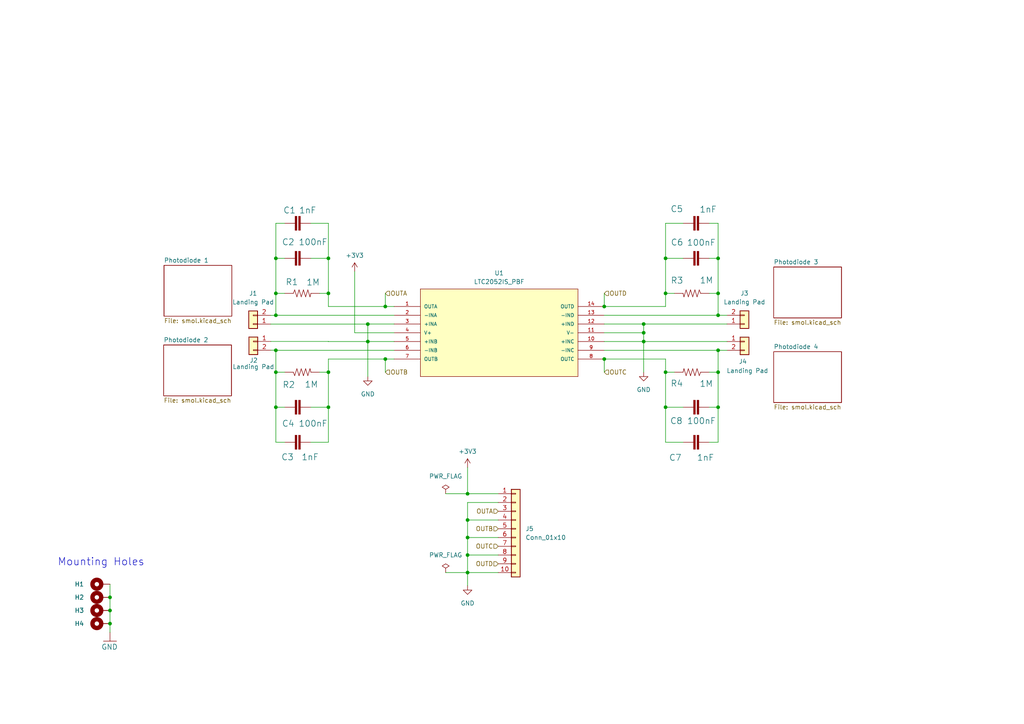
<source format=kicad_sch>
(kicad_sch (version 20230121) (generator eeschema)
  (paper "A4")
  (lib_symbols
    (symbol "Connector_Generic:Conn_01x02" (pin_names (offset 1.016) hide)
      (property "Reference" "J" (at 0 2.54 0))
      (property "Value" "Conn_01x02" (at 0 -5.08 0))
      (symbol "Conn_01x02_1_1"
        (rectangle (start -1.27 -2.413) (end 0 -2.667) (stroke (width 0.1524)))
        (rectangle (start -1.27 0.127) (end 0 -0.127) (stroke (width 0.1524)))
        (rectangle (start -1.27 1.27) (end 1.27 -3.81) (stroke (width 0.254)) (fill (type background)))
        (pin passive line (at -5.08 0 0) (length 3.81) (name "Pin_1") (number "1"))
        (pin passive line (at -5.08 -2.54 0) (length 3.81) (name "Pin_2") (number "2"))
      )
    )
    (symbol "Connector_Generic:Conn_01x10" (pin_names (offset 1.016) hide)
      (property "Reference" "J" (at 0 12.7 0))
      (property "Value" "Conn_01x10" (at 0 -15.24 0))
      (symbol "Conn_01x10_1_1"
        (rectangle (start -1.27 -12.573) (end 0 -12.827) (stroke (width 0.1524)))
        (rectangle (start -1.27 -10.033) (end 0 -10.287) (stroke (width 0.1524)))
        (rectangle (start -1.27 -7.493) (end 0 -7.747) (stroke (width 0.1524)))
        (rectangle (start -1.27 -4.953) (end 0 -5.207) (stroke (width 0.1524)))
        (rectangle (start -1.27 -2.413) (end 0 -2.667) (stroke (width 0.1524)))
        (rectangle (start -1.27 0.127) (end 0 -0.127) (stroke (width 0.1524)))
        (rectangle (start -1.27 2.667) (end 0 2.413) (stroke (width 0.1524)))
        (rectangle (start -1.27 5.207) (end 0 4.953) (stroke (width 0.1524)))
        (rectangle (start -1.27 7.747) (end 0 7.493) (stroke (width 0.1524)))
        (rectangle (start -1.27 10.287) (end 0 10.033) (stroke (width 0.1524)))
        (rectangle (start -1.27 11.43) (end 1.27 -13.97) (stroke (width 0.254)) (fill (type background)))
        (pin passive line (at -5.08 10.16 0) (length 3.81) (name "Pin_1") (number "1"))
        (pin passive line (at -5.08 -12.7 0) (length 3.81) (name "Pin_10") (number "10"))
        (pin passive line (at -5.08 7.62 0) (length 3.81) (name "Pin_2") (number "2"))
        (pin passive line (at -5.08 5.08 0) (length 3.81) (name "Pin_3") (number "3"))
        (pin passive line (at -5.08 2.54 0) (length 3.81) (name "Pin_4") (number "4"))
        (pin passive line (at -5.08 0 0) (length 3.81) (name "Pin_5") (number "5"))
        (pin passive line (at -5.08 -2.54 0) (length 3.81) (name "Pin_6") (number "6"))
        (pin passive line (at -5.08 -5.08 0) (length 3.81) (name "Pin_7") (number "7"))
        (pin passive line (at -5.08 -7.62 0) (length 3.81) (name "Pin_8") (number "8"))
        (pin passive line (at -5.08 -10.16 0) (length 3.81) (name "Pin_9") (number "9"))
      )
    )
    (symbol "Mechanical:MountingHole_Pad" (pin_numbers hide) (pin_names (offset 1.016) hide)
      (property "Reference" "H" (at 0 6.35 0))
      (property "Value" "MountingHole_Pad" (at 0 4.445 0))
      (symbol "MountingHole_Pad_0_1"
        (circle (center 0 1.27) (radius 1.27) (stroke (width 1.27)))
      )
      (symbol "MountingHole_Pad_1_1"
        (pin input line (at 0 -2.54 90) (length 2.54) (name "1") (number "1"))
      )
    )
    (symbol "adcs:LTC2052IS_PBF" (pin_names (offset 1.016))
      (property "Reference" "U" (at 25.7556 9.1186 0))
      (property "Value" "LTC2052IS_PBF" (at 25.1206 6.5786 0))
      (symbol "LTC2052IS_PBF_0_0"
        (rectangle (start 7.62 -20.32) (end 53.34 5.08) (stroke (width 0.1524)) (fill (type background)))
        (pin output line (at 0 0 0) (length 7.62) (name "OUTA") (number "1"))
        (pin input line (at 60.96 -10.16 180) (length 7.62) (name "+INC") (number "10"))
        (pin power_in line (at 60.96 -7.62 180) (length 7.62) (name "V-") (number "11"))
        (pin input line (at 60.96 -5.08 180) (length 7.62) (name "+IND") (number "12"))
        (pin input line (at 60.96 -2.54 180) (length 7.62) (name "-IND") (number "13"))
        (pin output line (at 60.96 0 180) (length 7.62) (name "OUTD") (number "14"))
        (pin input line (at 0 -2.54 0) (length 7.62) (name "-INA") (number "2"))
        (pin input line (at 0 -5.08 0) (length 7.62) (name "+INA") (number "3"))
        (pin power_in line (at 0 -7.62 0) (length 7.62) (name "V+") (number "4"))
        (pin input line (at 0 -10.16 0) (length 7.62) (name "+INB") (number "5"))
        (pin input line (at 0 -12.7 0) (length 7.62) (name "-INB") (number "6"))
        (pin output line (at 0 -15.24 0) (length 7.62) (name "OUTB") (number "7"))
        (pin output line (at 60.96 -15.24 180) (length 7.62) (name "OUTC") (number "8"))
        (pin input line (at 60.96 -12.7 180) (length 7.62) (name "-INC") (number "9"))
      )
    )
    (symbol "mainboard:22UF-1210-16V-20%" (pin_names (offset 1.016))
      (property "Reference" "C" (at 1.524 2.921 0))
      (property "Value" "22UF-1210-16V-20%" (at 1.524 -2.159 0))
      (symbol "22UF-1210-16V-20%_1_0"
        (rectangle (start -2.032 0.508) (end 2.032 1.016) (fill (type outline)))
        (rectangle (start -2.032 1.524) (end 2.032 2.032) (fill (type outline)))
        (polyline (pts (xy 0 0) (xy 0 0.508)))
        (polyline (pts (xy 0 2.54) (xy 0 2.032)))
        (pin passive line (at 0 5.08 270) (length 2.54) (name "1") (number "1"))
        (pin passive line (at 0 -2.54 90) (length 2.54) (name "2") (number "2"))
      )
    )
    (symbol "mainboard:GND" (power) (pin_names (offset 1.016))
      (property "Value" "GND" (at -2.54 -2.54 0))
      (symbol "GND_1_0"
        (polyline (pts (xy -1.905 0) (xy 1.905 0)))
        (pin power_in line (at 0 2.54 270) (length 2.54) (name "GND") (number "1"))
      )
    )
    (symbol "power:+3V3" (power) (pin_names (offset 0))
      (property "Value" "+3V3" (at 0 3.556 0))
      (symbol "+3V3_0_1"
        (polyline (pts (xy -0.762 1.27) (xy 0 2.54)))
        (polyline (pts (xy 0 0) (xy 0 2.54)))
        (polyline (pts (xy 0 2.54) (xy 0.762 1.27)))
      )
      (symbol "+3V3_1_1"
        (pin power_in line (at 0 0 90) (length 0) hide (name "+3V3") (number "1"))
      )
    )
    (symbol "power:GND" (power) (pin_names (offset 0))
      (property "Value" "GND" (at 0 -3.81 0))
      (symbol "GND_0_1"
        (polyline (pts (xy 0 0) (xy 0 -1.27) (xy 1.27 -1.27) (xy 0 -2.54) (xy -1.27 -1.27) (xy 0 -1.27)))
      )
      (symbol "GND_1_1"
        (pin power_in line (at 0 0 270) (length 0) hide (name "GND") (number "1"))
      )
    )
    (symbol "power:PWR_FLAG" (power) (pin_numbers hide) (pin_names (offset 0) hide)
      (property "Value" "PWR_FLAG" (at 0 3.81 0))
      (symbol "PWR_FLAG_0_0"
        (pin power_out line (at 0 0 90) (length 0) (name "pwr") (number "1"))
      )
      (symbol "PWR_FLAG_0_1"
        (polyline (pts (xy 0 0) (xy 0 1.27) (xy -1.016 1.905) (xy 0 2.54) (xy 1.016 1.905) (xy 0 1.27)))
      )
    )
    (symbol "pycubed_mainboard:RESISTOR0603" (pin_names (offset 1.016))
      (property "Reference" "R" (at 0 1.524 0))
      (property "Value" "RESISTOR0603" (at 0 -1.524 0))
      (symbol "RESISTOR0603_1_0"
        (polyline (pts (xy -2.54 0) (xy -2.159 1.016)))
        (polyline (pts (xy -2.159 1.016) (xy -1.524 -1.016)))
        (polyline (pts (xy -1.524 -1.016) (xy -0.889 1.016)))
        (polyline (pts (xy -0.889 1.016) (xy -0.254 -1.016)))
        (polyline (pts (xy -0.254 -1.016) (xy 0.381 1.016)))
        (polyline (pts (xy 0.381 1.016) (xy 1.016 -1.016)))
        (polyline (pts (xy 1.016 -1.016) (xy 1.651 1.016)))
        (polyline (pts (xy 1.651 1.016) (xy 2.286 -1.016)))
        (polyline (pts (xy 2.286 -1.016) (xy 2.54 0)))
        (pin passive line (at -5.08 0 0) (length 2.54) (name "1") (number "1"))
        (pin passive line (at 5.08 0 180) (length 2.54) (name "2") (number "2"))
      )
    )
  )
  (junction (at 31.9024 180.8734))
  (junction (at 208.28 85.09))
  (junction (at 31.9024 177.0634))
  (junction (at 135.6106 150.8252))
  (junction (at 186.69 99.06))
  (junction (at 135.6106 166.0652))
  (junction (at 193.04 107.95))
  (junction (at 193.04 85.09))
  (junction (at 80.01 107.95))
  (junction (at 95.25 118.11))
  (junction (at 106.68 94.0054))
  (junction (at 208.28 101.6))
  (junction (at 175.26 104.14))
  (junction (at 186.69 96.52))
  (junction (at 106.68 99.06))
  (junction (at 95.25 107.95))
  (junction (at 80.01 85.09))
  (junction (at 193.04 74.93))
  (junction (at 80.01 118.11))
  (junction (at 135.6106 143.2052))
  (junction (at 208.28 118.11))
  (junction (at 208.28 74.93))
  (junction (at 80.01 91.44))
  (junction (at 208.28 91.44))
  (junction (at 31.9024 173.2534))
  (junction (at 80.01 74.93))
  (junction (at 186.69 93.98))
  (junction (at 193.04 118.11))
  (junction (at 95.25 74.93))
  (junction (at 111.76 104.14))
  (junction (at 175.26 88.9))
  (junction (at 111.76 88.9))
  (junction (at 135.6106 155.9052))
  (junction (at 208.28 107.95))
  (junction (at 95.25 85.09))
  (junction (at 80.01 101.6))
  (junction (at 135.6106 160.9852))
  (wire (pts (xy 95.25 74.93) (xy 95.25 85.09)))
  (wire (pts (xy 144.5006 160.9852) (xy 135.6106 160.9852)))
  (wire (pts (xy 208.28 74.93) (xy 205.74 74.93)))
  (wire (pts (xy 208.28 64.77) (xy 205.74 64.77)))
  (wire (pts (xy 80.01 91.44) (xy 80.01 91.4654)))
  (wire (pts (xy 80.01 101.6) (xy 80.01 107.95)))
  (wire (pts (xy 92.71 107.95) (xy 95.25 107.95)))
  (wire (pts (xy 95.25 64.77) (xy 95.25 74.93)))
  (wire (pts (xy 80.01 128.27) (xy 82.55 128.27)))
  (wire (pts (xy 111.76 104.14) (xy 111.76 107.95)))
  (wire (pts (xy 31.9024 180.8734) (xy 31.9024 183.4134)))
  (wire (pts (xy 186.69 99.06) (xy 186.69 107.95)))
  (wire (pts (xy 195.58 85.09) (xy 193.04 85.09)))
  (wire (pts (xy 80.01 85.09) (xy 82.55 85.09)))
  (wire (pts (xy 135.6106 143.2052) (xy 144.5006 143.2052)))
  (wire (pts (xy 95.25 99.06) (xy 95.25 99.0346)))
  (wire (pts (xy 80.01 101.6) (xy 114.3 101.6)))
  (wire (pts (xy 175.26 104.14) (xy 193.04 104.14)))
  (wire (pts (xy 135.6106 155.9052) (xy 135.6106 160.9852)))
  (wire (pts (xy 208.28 107.95) (xy 205.74 107.95)))
  (wire (pts (xy 92.71 85.09) (xy 95.25 85.09)))
  (wire (pts (xy 90.17 74.93) (xy 95.25 74.93)))
  (wire (pts (xy 80.01 91.44) (xy 114.3 91.44)))
  (wire (pts (xy 175.26 85.09) (xy 175.26 88.9)))
  (wire (pts (xy 31.9024 177.0634) (xy 31.9024 180.8734)))
  (wire (pts (xy 208.28 128.27) (xy 208.28 118.11)))
  (wire (pts (xy 135.6106 150.8252) (xy 135.6106 155.9052)))
  (wire (pts (xy 80.01 74.93) (xy 80.01 85.09)))
  (wire (pts (xy 80.01 64.77) (xy 82.55 64.77)))
  (wire (pts (xy 80.01 128.27) (xy 80.01 118.11)))
  (wire (pts (xy 106.68 94.0054) (xy 106.68 99.06)))
  (wire (pts (xy 193.04 74.93) (xy 193.04 85.09)))
  (wire (pts (xy 114.3 96.52) (xy 102.87 96.52)))
  (wire (pts (xy 106.68 94.0054) (xy 106.68 93.98)))
  (wire (pts (xy 208.28 118.11) (xy 205.74 118.11)))
  (wire (pts (xy 95.25 88.9) (xy 111.76 88.9)))
  (wire (pts (xy 198.12 74.93) (xy 193.04 74.93)))
  (wire (pts (xy 80.01 74.93) (xy 82.55 74.93)))
  (wire (pts (xy 175.26 91.44) (xy 208.28 91.44)))
  (wire (pts (xy 198.12 64.77) (xy 193.04 64.77)))
  (wire (pts (xy 175.26 88.9) (xy 193.04 88.9)))
  (wire (pts (xy 175.26 101.6) (xy 208.28 101.6)))
  (wire (pts (xy 95.25 107.95) (xy 95.25 104.14)))
  (wire (pts (xy 80.01 64.77) (xy 80.01 74.93)))
  (wire (pts (xy 208.28 91.44) (xy 210.8454 91.44)))
  (wire (pts (xy 80.01 85.09) (xy 80.01 91.44)))
  (wire (pts (xy 111.76 88.9) (xy 114.3 88.9)))
  (wire (pts (xy 198.12 128.27) (xy 193.04 128.27)))
  (wire (pts (xy 208.28 74.93) (xy 208.28 85.09)))
  (wire (pts (xy 90.17 128.27) (xy 95.25 128.27)))
  (wire (pts (xy 106.68 93.98) (xy 114.3 93.98)))
  (wire (pts (xy 144.5006 155.9052) (xy 135.6106 155.9052)))
  (wire (pts (xy 186.69 93.98) (xy 186.69 96.52)))
  (wire (pts (xy 208.28 128.27) (xy 205.74 128.27)))
  (wire (pts (xy 90.17 118.11) (xy 95.25 118.11)))
  (wire (pts (xy 90.17 64.77) (xy 95.25 64.77)))
  (wire (pts (xy 95.25 118.11) (xy 95.25 107.95)))
  (wire (pts (xy 80.01 118.11) (xy 82.55 118.11)))
  (wire (pts (xy 186.69 93.98) (xy 210.8454 93.98)))
  (wire (pts (xy 80.01 118.11) (xy 80.01 107.95)))
  (wire (pts (xy 135.6106 135.5852) (xy 135.6106 143.2052)))
  (wire (pts (xy 79.8576 101.6) (xy 80.01 101.6)))
  (wire (pts (xy 135.6106 166.0652) (xy 144.5006 166.0652)))
  (wire (pts (xy 79.8576 101.5746) (xy 79.8576 101.6)))
  (wire (pts (xy 175.26 96.52) (xy 186.69 96.52)))
  (wire (pts (xy 144.5006 145.7452) (xy 135.6106 145.7452)))
  (wire (pts (xy 95.25 99.06) (xy 106.68 99.06)))
  (wire (pts (xy 186.69 96.52) (xy 186.69 99.06)))
  (wire (pts (xy 193.04 64.77) (xy 193.04 74.93)))
  (wire (pts (xy 102.87 78.74) (xy 102.87 96.52)))
  (wire (pts (xy 198.12 118.11) (xy 193.04 118.11)))
  (wire (pts (xy 208.28 85.09) (xy 208.28 91.44)))
  (wire (pts (xy 186.69 99.06) (xy 210.8708 99.06)))
  (wire (pts (xy 95.25 128.27) (xy 95.25 118.11)))
  (wire (pts (xy 78.5114 91.4654) (xy 80.01 91.4654)))
  (wire (pts (xy 78.5622 99.0346) (xy 95.25 99.0346)))
  (wire (pts (xy 135.6106 169.8752) (xy 135.6106 166.0652)))
  (wire (pts (xy 31.9024 169.4434) (xy 31.9024 173.2534)))
  (wire (pts (xy 79.8576 101.5746) (xy 78.5622 101.5746)))
  (wire (pts (xy 208.28 101.6) (xy 208.28 107.95)))
  (wire (pts (xy 106.68 99.06) (xy 106.68 109.22)))
  (wire (pts (xy 135.6106 160.9852) (xy 135.6106 166.0652)))
  (wire (pts (xy 208.28 85.09) (xy 205.74 85.09)))
  (wire (pts (xy 193.04 104.14) (xy 193.04 107.95)))
  (wire (pts (xy 135.6106 145.7452) (xy 135.6106 150.8252)))
  (wire (pts (xy 31.9024 173.2534) (xy 31.9024 177.0634)))
  (wire (pts (xy 95.25 104.14) (xy 111.76 104.14)))
  (wire (pts (xy 144.5006 150.8252) (xy 135.6106 150.8252)))
  (wire (pts (xy 208.28 101.6) (xy 210.8708 101.6)))
  (wire (pts (xy 111.76 104.14) (xy 114.3 104.14)))
  (wire (pts (xy 175.26 104.14) (xy 175.26 107.95)))
  (wire (pts (xy 193.04 85.09) (xy 193.04 88.9)))
  (wire (pts (xy 208.28 118.11) (xy 208.28 107.95)))
  (wire (pts (xy 208.28 64.77) (xy 208.28 74.93)))
  (wire (pts (xy 175.26 99.06) (xy 186.69 99.06)))
  (wire (pts (xy 175.26 93.98) (xy 186.69 93.98)))
  (wire (pts (xy 106.68 99.06) (xy 114.3 99.06)))
  (wire (pts (xy 80.01 107.95) (xy 82.55 107.95)))
  (wire (pts (xy 195.58 107.95) (xy 193.04 107.95)))
  (wire (pts (xy 111.76 85.09) (xy 111.76 88.9)))
  (wire (pts (xy 129.2606 166.0652) (xy 135.6106 166.0652)))
  (wire (pts (xy 193.04 118.11) (xy 193.04 107.95)))
  (wire (pts (xy 78.5114 94.0054) (xy 106.68 94.0054)))
  (wire (pts (xy 193.04 128.27) (xy 193.04 118.11)))
  (wire (pts (xy 129.2606 143.2052) (xy 135.6106 143.2052)))
  (wire (pts (xy 95.25 85.09) (xy 95.25 88.9)))
  (text "Mounting Holes" (at 16.6624 164.3634 0) (effects (font (size 2.159 2.159)) (justify left bottom)))
  (hierarchical_label "OUTD" (shape input) (at 144.5006 163.5252 180))
  (hierarchical_label "OUTB" (shape input) (at 111.76 107.95 0))
  (hierarchical_label "OUTD" (shape input) (at 175.26 85.09 0))
  (hierarchical_label "OUTA" (shape input) (at 111.76 85.09 0))
  (hierarchical_label "OUTC" (shape input) (at 144.5006 158.4452 180))
  (hierarchical_label "OUTC" (shape input) (at 175.26 107.95 0))
  (hierarchical_label "OUTA" (shape input) (at 144.5006 148.2852 180))
  (hierarchical_label "OUTB" (shape input) (at 144.5006 153.3652 180))
  (symbol (lib_id "power:GND") (at 135.6106 169.8752 0) (unit 1)
    (property "Reference" "#PWR04" (effects hide))
    (property "Value" "GND" (at 135.6106 174.9552 0))
  )
  (symbol (lib_id "Connector_Generic:Conn_01x02") (at 215.9508 99.06 0) (unit 1)
    (property "Reference" "J4" (at 214.2744 104.8512 0) (effects (justify left)))
    (property "Value" "Landing Pad" (at 210.7184 107.5182 0) (effects (justify left)))
    (property "Footprint" "adcs:photodiode_landing_pad" (effects hide))
  )
  (symbol (lib_id "power:PWR_FLAG") (at 129.2606 166.0652 0) (unit 1)
    (property "Reference" "#FLG03" (effects hide))
    (property "Value" "PWR_FLAG" (at 129.2606 160.9852 0))
  )
  (symbol (lib_id "Mechanical:MountingHole_Pad") (at 29.3624 173.2534 90) (unit 1)
    (property "Reference" "H2" (at 23.0124 173.2534 90))
    (property "Value" "MountingHole_Pad" (effects hide))
    (property "Footprint" "MountingHole:MountingHole_3.2mm_M3_DIN965_Pad" (effects hide))
    (property "DNI" "DNI" (effects hide))
  )
  (symbol (lib_id "Mechanical:MountingHole_Pad") (at 29.3624 169.4434 90) (unit 1)
    (property "Reference" "H1" (at 23.0124 169.4434 90))
    (property "Value" "MountingHole_Pad" (effects hide))
    (property "Footprint" "MountingHole:MountingHole_3.2mm_M3_DIN965_Pad" (effects hide))
    (property "DNI" "DNI" (effects hide))
  )
  (symbol (lib_id "Mechanical:MountingHole_Pad") (at 29.3624 177.0634 90) (unit 1)
    (property "Reference" "H3" (at 23.0124 177.0634 90))
    (property "Value" "MountingHole_Pad" (effects hide))
    (property "Footprint" "MountingHole:MountingHole_3.2mm_M3_DIN965_Pad" (effects hide))
    (property "DNI" "DNI" (effects hide))
  )
  (symbol (lib_id "power:GND") (at 106.68 109.22 0) (unit 1)
    (property "Reference" "#PWR03" (effects hide))
    (property "Value" "GND" (at 106.68 114.3 0))
  )
  (symbol (lib_id "mainboard:22UF-1210-16V-20%") (at 200.66 128.27 270) (unit 1)
    (property "Reference" "C7" (at 193.9798 133.731 90) (effects (font (size 1.778 1.778)) (justify left bottom)))
    (property "Value" "1nF" (at 202.057 133.731 90) (effects (font (size 1.778 1.778)) (justify left bottom)))
    (property "Footprint" "Capacitor_SMD:C_0603_1608Metric" (effects hide))
    (property "Description" "100uF 16V X5R 1210" (effects hide))
  )
  (symbol (lib_id "Connector_Generic:Conn_01x02") (at 215.9254 93.98 0) (mirror x) (unit 1)
    (property "Reference" "J3" (at 215.9254 85.0646 0))
    (property "Value" "Landing Pad" (at 215.9254 87.6046 0))
    (property "Footprint" "adcs:photodiode_landing_pad" (effects hide))
  )
  (symbol (lib_id "pycubed_mainboard:RESISTOR0603") (at 200.66 85.09 0) (mirror y) (unit 1)
    (property "Reference" "R3" (at 196.3674 81.3308 0) (effects (font (size 1.778 1.778))))
    (property "Value" "1M" (at 204.9018 81.28 0) (effects (font (size 1.778 1.778))))
    (property "Footprint" "Resistor_SMD:R_0603_1608Metric" (effects hide))
  )
  (symbol (lib_id "Connector_Generic:Conn_01x10") (at 149.5806 153.3652 0) (unit 1)
    (property "Reference" "J5" (at 152.4 153.3652 0) (effects (justify left)))
    (property "Value" "Conn_01x10" (at 152.4 155.9052 0) (effects (justify left)))
    (property "Footprint" "Connector_PinHeader_2.54mm:PinHeader_1x10_P2.54mm_Vertical" (effects hide))
  )
  (symbol (lib_id "mainboard:22UF-1210-16V-20%") (at 200.66 64.77 270) (mirror x) (unit 1)
    (property "Reference" "C5" (at 194.4116 59.5884 90) (effects (font (size 1.778 1.778)) (justify left bottom)))
    (property "Value" "1nF" (at 202.819 59.7154 90) (effects (font (size 1.778 1.778)) (justify left bottom)))
    (property "Footprint" "Capacitor_SMD:C_0603_1608Metric" (effects hide))
    (property "Description" "100uF 16V X5R 1210" (effects hide))
  )
  (symbol (lib_id "mainboard:22UF-1210-16V-20%") (at 200.66 118.11 270) (unit 1)
    (property "Reference" "C8" (at 194.2846 123.0884 90) (effects (font (size 1.778 1.778)) (justify left bottom)))
    (property "Value" "100nF" (at 199.1868 123.0884 90) (effects (font (size 1.778 1.778)) (justify left bottom)))
    (property "Footprint" "Capacitor_SMD:C_0603_1608Metric" (effects hide))
    (property "Description" "100uF 16V X5R 1210" (effects hide))
  )
  (symbol (lib_id "pycubed_mainboard:RESISTOR0603") (at 87.63 85.09 0) (unit 1)
    (property "Reference" "R1" (at 84.6582 81.788 0) (effects (font (size 1.778 1.778))))
    (property "Value" "1M" (at 90.805 81.8642 0) (effects (font (size 1.778 1.778))))
    (property "Footprint" "Resistor_SMD:R_0603_1608Metric" (effects hide))
  )
  (symbol (lib_id "pycubed_mainboard:RESISTOR0603") (at 87.63 107.95 0) (mirror x) (unit 1)
    (property "Reference" "R2" (at 83.7692 111.5822 0) (effects (font (size 1.778 1.778))))
    (property "Value" "1M" (at 90.3224 111.4806 0) (effects (font (size 1.778 1.778))))
    (property "Footprint" "Resistor_SMD:R_0603_1608Metric" (effects hide))
  )
  (symbol (lib_id "mainboard:22UF-1210-16V-20%") (at 200.66 74.93 270) (mirror x) (unit 1)
    (property "Reference" "C6" (at 194.4878 69.2658 90) (effects (font (size 1.778 1.778)) (justify left bottom)))
    (property "Value" "100nF" (at 199.136 69.342 90) (effects (font (size 1.778 1.778)) (justify left bottom)))
    (property "Footprint" "Capacitor_SMD:C_0603_1608Metric" (effects hide))
    (property "Description" "100uF 16V X5R 1210" (effects hide))
  )
  (symbol (lib_id "adcs:LTC2052IS_PBF") (at 114.3 88.9 0) (unit 1)
    (property "Reference" "U1" (at 144.78 79.1972 0))
    (property "Value" "LTC2052IS_PBF" (at 144.78 81.7372 0))
    (property "Footprint" "adcs:SO-14_S" (effects hide))
    (property "MF" "Analog Devices" (effects hide))
    (property "VENDOR" "LinearTech" (effects hide))
    (property "Description" "\nLinear IC - Op-amp Linear Technology LTC2052IS#PBF Scrambler (zero drift) SO 14\n" (effects hide))
    (property "Package" "SO-14 Linear Technology" (effects hide))
    (property "Price" "None" (effects hide))
    (property "Check_prices" "https://www.snapeda.com/parts/LTC2052IS%23PBF/Analog+Devices/view-part/?ref=eda" (effects hide))
    (property "SnapEDA_Link" "https://www.snapeda.com/parts/LTC2052IS%23PBF/Analog+Devices/view-part/?ref=snap" (effects hide))
    (property "MP" "LTC2052IS#PBF" (effects hide))
    (property "Purchase-URL" "https://www.snapeda.com/api/url_track_click_mouser/?unipart_id=619050&manufacturer=Analog Devices&part_name=LTC2052IS#PBF&search_term=None" (effects hide))
    (property "Availability" "In Stock" (effects hide))
    (property "MANUFACTURER_PART_NUMBER" "ltc2052is" (effects hide))
  )
  (symbol (lib_id "Connector_Generic:Conn_01x02") (at 73.4314 94.0054 180) (unit 1)
    (property "Reference" "J1" (at 73.4314 85.09 0))
    (property "Value" "Landing Pad" (at 73.4314 87.63 0))
    (property "Footprint" "adcs:photodiode_landing_pad" (effects hide))
  )
  (symbol (lib_id "mainboard:22UF-1210-16V-20%") (at 87.63 74.93 90) (unit 1)
    (property "Reference" "C2" (at 85.4964 69.1896 90) (effects (font (size 1.778 1.778)) (justify left bottom)))
    (property "Value" "100nF" (at 95.0468 69.1896 90) (effects (font (size 1.778 1.778)) (justify left bottom)))
    (property "Footprint" "Capacitor_SMD:C_0603_1608Metric" (effects hide))
    (property "Description" "100uF 16V X5R 1210" (effects hide))
  )
  (symbol (lib_id "pycubed_mainboard:RESISTOR0603") (at 200.66 107.95 180) (unit 1)
    (property "Reference" "R4" (at 196.3166 111.2012 0) (effects (font (size 1.778 1.778))))
    (property "Value" "1M" (at 204.851 111.2774 0) (effects (font (size 1.778 1.778))))
    (property "Footprint" "Resistor_SMD:R_0603_1608Metric" (effects hide))
  )
  (symbol (lib_id "Connector_Generic:Conn_01x02") (at 73.4822 99.0346 0) (mirror y) (unit 1)
    (property "Reference" "J2" (at 73.5838 104.521 0))
    (property "Value" "Landing Pad" (at 73.5076 106.3752 0))
    (property "Footprint" "adcs:photodiode_landing_pad" (effects hide))
  )
  (symbol (lib_id "Mechanical:MountingHole_Pad") (at 29.3624 180.8734 90) (unit 1)
    (property "Reference" "H4" (at 23.0124 180.8734 90))
    (property "Value" "MountingHole_Pad" (effects hide))
    (property "Footprint" "MountingHole:MountingHole_3.2mm_M3_DIN965_Pad" (effects hide))
    (property "DNI" "DNI" (effects hide))
  )
  (symbol (lib_id "power:+3V3") (at 102.87 78.74 0) (unit 1)
    (property "Reference" "#PWR01" (effects hide))
    (property "Value" "+3V3" (at 102.87 74.0918 0))
  )
  (symbol (lib_id "mainboard:22UF-1210-16V-20%") (at 87.63 118.11 90) (mirror x) (unit 1)
    (property "Reference" "C4" (at 85.4964 123.8504 90) (effects (font (size 1.778 1.778)) (justify left bottom)))
    (property "Value" "100nF" (at 95.0468 123.8504 90) (effects (font (size 1.778 1.778)) (justify left bottom)))
    (property "Footprint" "Capacitor_SMD:C_0603_1608Metric" (effects hide))
    (property "Description" "100uF 16V X5R 1210" (effects hide))
  )
  (symbol (lib_id "power:GND") (at 186.69 107.95 0) (unit 1)
    (property "Reference" "#PWR02" (effects hide))
    (property "Value" "GND" (at 186.69 113.03 0))
  )
  (symbol (lib_id "mainboard:GND") (at 31.9024 185.9534 0) (unit 1)
    (property "Reference" "#GND01" (effects hide))
    (property "Value" "GND" (at 29.3624 188.4934 0) (effects (font (size 1.4986 1.4986)) (justify left bottom)))
  )
  (symbol (lib_id "power:PWR_FLAG") (at 129.2606 143.2052 0) (unit 1)
    (property "Reference" "#FLG02" (effects hide))
    (property "Value" "PWR_FLAG" (at 129.2606 138.1252 0))
  )
  (symbol (lib_id "power:+3V3") (at 135.6106 135.5852 0) (unit 1)
    (property "Reference" "#PWR05" (effects hide))
    (property "Value" "+3V3" (at 135.6106 130.937 0))
  )
  (symbol (lib_id "mainboard:22UF-1210-16V-20%") (at 87.63 128.27 90) (mirror x) (unit 1)
    (property "Reference" "C3" (at 85.2932 133.5786 90) (effects (font (size 1.778 1.778)) (justify left bottom)))
    (property "Value" "1nF" (at 92.5068 133.5786 90) (effects (font (size 1.778 1.778)) (justify left bottom)))
    (property "Footprint" "Capacitor_SMD:C_0603_1608Metric" (effects hide))
    (property "Description" "100uF 16V X5R 1210" (effects hide))
  )
  (symbol (lib_id "mainboard:22UF-1210-16V-20%") (at 87.63 64.77 90) (unit 1)
    (property "Reference" "C1" (at 85.8774 59.9694 90) (effects (font (size 1.778 1.778)) (justify left bottom)))
    (property "Value" "1nF" (at 91.7956 59.9694 90) (effects (font (size 1.778 1.778)) (justify left bottom)))
    (property "Footprint" "Capacitor_SMD:C_0603_1608Metric" (effects hide))
    (property "Description" "100uF 16V X5R 1210" (effects hide))
  )
  (sheet (at 224.409 77.4446) (size 19.6596 14.7574) (stroke (width 0.1524))
    (property "Sheetname" "Photodiode 3" (at 224.409 76.733 0) (effects (justify left bottom)))
    (property "Sheetfile" "smol.kicad_sch" (at 224.409 92.7866 0) (effects (justify left top)))
  )
  (sheet (at 224.409 102.0064) (size 19.6596 14.7574) (stroke (width 0.1524))
    (property "Sheetname" "Photodiode 4" (at 224.409 101.2948 0) (effects (justify left bottom)))
    (property "Sheetfile" "smol.kicad_sch" (at 224.409 117.3484 0) (effects (justify left top)))
  )
  (sheet (at 47.5742 76.962) (size 19.6596 14.7574) (stroke (width 0.1524))
    (property "Sheetname" "Photodiode 1" (at 47.5742 76.2504 0) (effects (justify left bottom)))
    (property "Sheetfile" "smol.kicad_sch" (at 47.5742 92.304 0) (effects (justify left top)))
  )
  (sheet (at 47.4726 100.0506) (size 19.6596 14.7574) (stroke (width 0.1524))
    (property "Sheetname" "Photodiode 2" (at 47.4726 99.339 0) (effects (justify left bottom)))
    (property "Sheetfile" "smol.kicad_sch" (at 47.4726 115.3926 0) (effects (justify left top)))
  )
)
</source>
